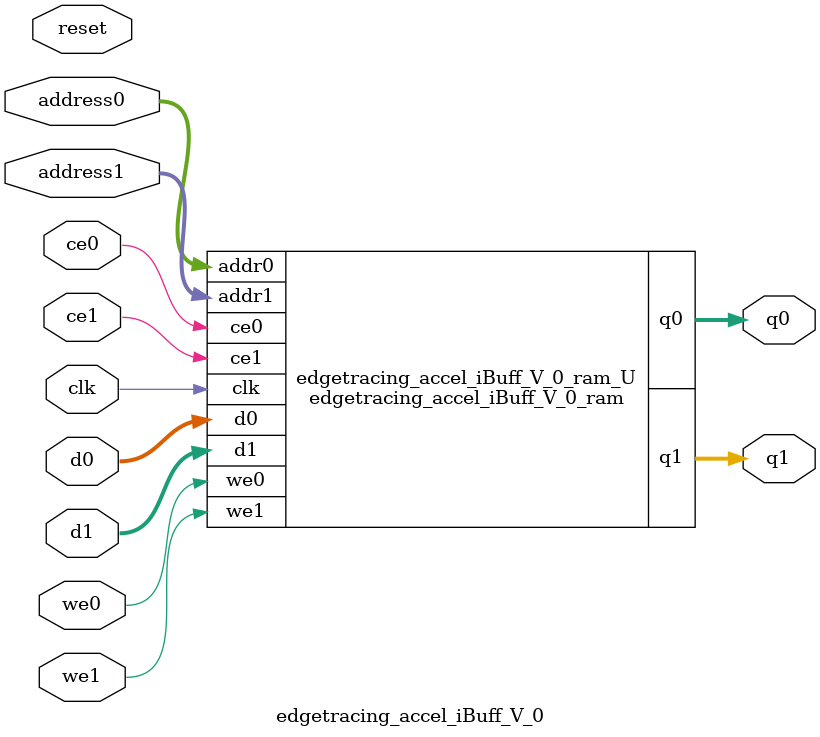
<source format=v>
`timescale 1 ns / 1 ps
module edgetracing_accel_iBuff_V_0_ram (addr0, ce0, d0, we0, q0, addr1, ce1, d1, we1, q1,  clk);

parameter DWIDTH = 64;
parameter AWIDTH = 10;
parameter MEM_SIZE = 1024;

input[AWIDTH-1:0] addr0;
input ce0;
input[DWIDTH-1:0] d0;
input we0;
output reg[DWIDTH-1:0] q0;
input[AWIDTH-1:0] addr1;
input ce1;
input[DWIDTH-1:0] d1;
input we1;
output reg[DWIDTH-1:0] q1;
input clk;

(* ram_style = "block" *)reg [DWIDTH-1:0] ram[0:MEM_SIZE-1];




always @(posedge clk)  
begin 
    if (ce0) begin
        if (we0) 
            ram[addr0] <= d0; 
        q0 <= ram[addr0];
    end
end


always @(posedge clk)  
begin 
    if (ce1) begin
        if (we1) 
            ram[addr1] <= d1; 
        q1 <= ram[addr1];
    end
end


endmodule

`timescale 1 ns / 1 ps
module edgetracing_accel_iBuff_V_0(
    reset,
    clk,
    address0,
    ce0,
    we0,
    d0,
    q0,
    address1,
    ce1,
    we1,
    d1,
    q1);

parameter DataWidth = 32'd64;
parameter AddressRange = 32'd1024;
parameter AddressWidth = 32'd10;
input reset;
input clk;
input[AddressWidth - 1:0] address0;
input ce0;
input we0;
input[DataWidth - 1:0] d0;
output[DataWidth - 1:0] q0;
input[AddressWidth - 1:0] address1;
input ce1;
input we1;
input[DataWidth - 1:0] d1;
output[DataWidth - 1:0] q1;



edgetracing_accel_iBuff_V_0_ram edgetracing_accel_iBuff_V_0_ram_U(
    .clk( clk ),
    .addr0( address0 ),
    .ce0( ce0 ),
    .we0( we0 ),
    .d0( d0 ),
    .q0( q0 ),
    .addr1( address1 ),
    .ce1( ce1 ),
    .we1( we1 ),
    .d1( d1 ),
    .q1( q1 ));

endmodule


</source>
